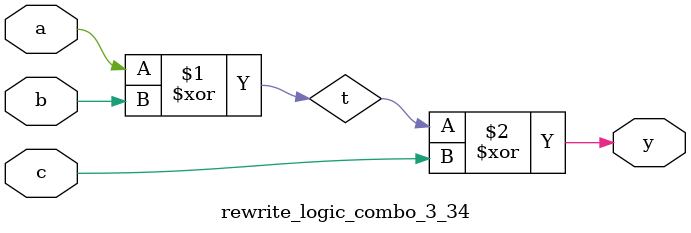
<source format=sv>
module rewrite_logic_combo_3_34(input logic a,b,c, output logic y);
  logic t;
  assign t = a ^ b;
  assign y = t ^ c;
endmodule

</source>
